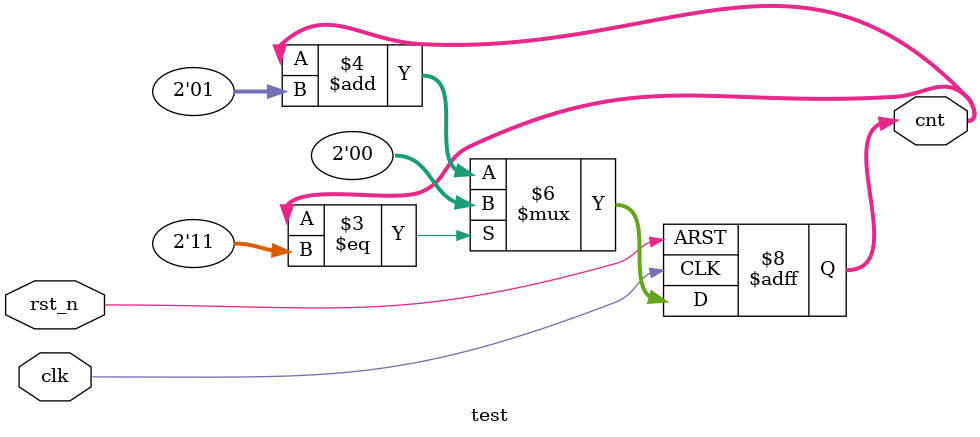
<source format=v>
module test (
    input clk,
    input rst_n,
    output reg [1:0]cnt
);

    always @(posedge clk, negedge rst_n) begin
        if(!rst_n) cnt <= 2'b0;
        else if(cnt == 2'b11) cnt <= 2'b00;
        else cnt <= cnt + 2'b1;
    end
    
endmodule
</source>
